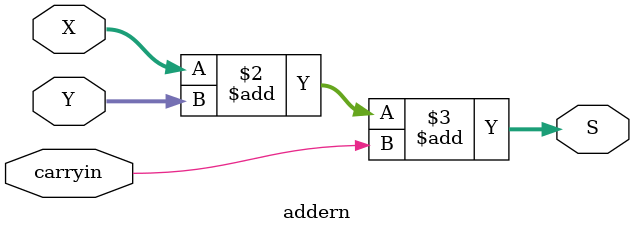
<source format=v>
module addern (carryin, X, Y, S);
	parameter n = 32;
	input carryin; 
	input [n-1:0] X, Y;
	output reg [n-1:0] S;
		
	always @(X, Y, carryin)
		S = X + Y + carryin;
endmodule

</source>
